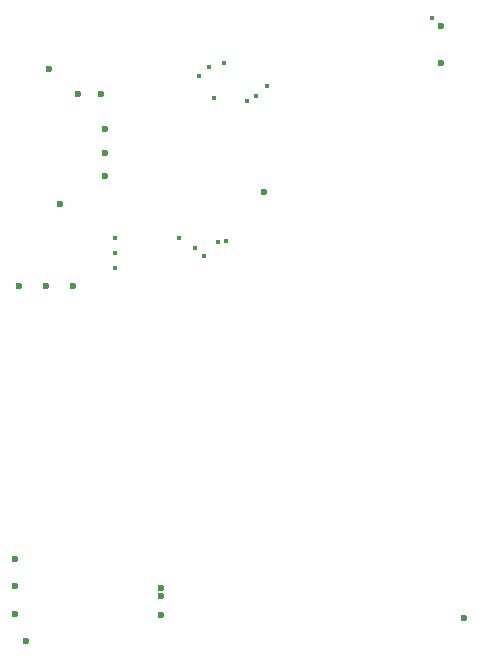
<source format=gbr>
%TF.GenerationSoftware,KiCad,Pcbnew,9.0.6*%
%TF.CreationDate,2026-01-17T11:58:26+01:00*%
%TF.ProjectId,peak,7065616b-2e6b-4696-9361-645f70636258,rev?*%
%TF.SameCoordinates,Original*%
%TF.FileFunction,Copper,L5,Inr*%
%TF.FilePolarity,Positive*%
%FSLAX46Y46*%
G04 Gerber Fmt 4.6, Leading zero omitted, Abs format (unit mm)*
G04 Created by KiCad (PCBNEW 9.0.6) date 2026-01-17 11:58:26*
%MOMM*%
%LPD*%
G01*
G04 APERTURE LIST*
%TA.AperFunction,ViaPad*%
%ADD10C,0.600000*%
%TD*%
%TA.AperFunction,ViaPad*%
%ADD11C,0.450000*%
%TD*%
G04 APERTURE END LIST*
D10*
%TO.N,GND*%
X200053100Y-124700001D03*
X200053100Y-125450001D03*
X200053100Y-127000001D03*
X188653100Y-129200001D03*
X187703100Y-126950001D03*
X187728100Y-124600001D03*
X187728100Y-122300001D03*
D11*
X223003100Y-76475001D03*
X205433100Y-80270001D03*
D10*
X191503100Y-92200001D03*
X195028100Y-82925001D03*
X190303100Y-99200001D03*
X208803100Y-91200001D03*
X188003100Y-99200001D03*
X223733100Y-77150001D03*
D11*
X203253100Y-81390001D03*
X209023100Y-82270001D03*
D10*
X193028100Y-82925001D03*
X195303100Y-89850001D03*
D11*
X208153100Y-83060001D03*
X204123100Y-80620001D03*
D10*
X192603100Y-99200001D03*
X190553100Y-80800001D03*
D11*
X207373100Y-83480001D03*
D10*
X223753100Y-80290001D03*
X195303100Y-85900001D03*
X225753100Y-127300001D03*
D11*
X204533100Y-83210001D03*
D10*
X195303100Y-87890001D03*
D11*
%TO.N,+3.3V*%
X201553100Y-95090001D03*
X205613100Y-95370001D03*
%TO.N,/MCU/FLASH_CS*%
X202963100Y-95935001D03*
X196153100Y-95090001D03*
%TO.N,/MCU/FLASH_WP*%
X196153100Y-97630001D03*
X203713100Y-96623001D03*
%TO.N,/MCU/FLASH_Q*%
X204853100Y-95440001D03*
X196153100Y-96360001D03*
%TD*%
M02*

</source>
